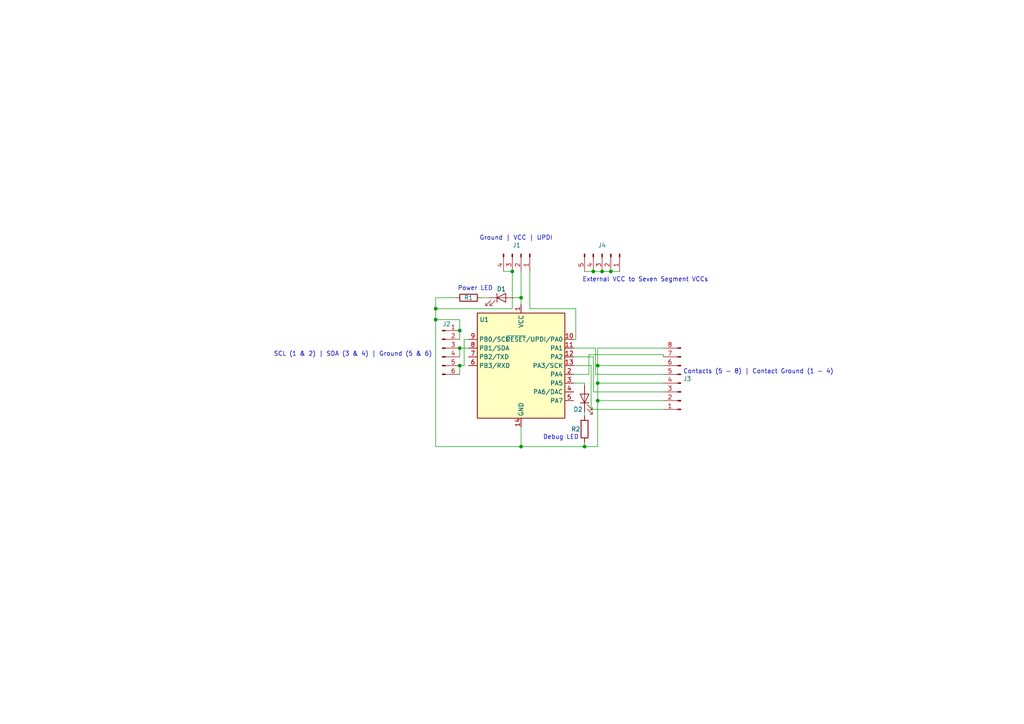
<source format=kicad_sch>
(kicad_sch (version 20211123) (generator eeschema)
  (paper "A4")
  (lib_symbols
    (symbol "Fab Library:Conn_PinHeader_1x04_P2.54mm_Horizontal_SMD" (pin_names (offset 1.016) hide)
      (property "Reference" "J" (at 0 5.08 0))
      (property "Value" "Conn_PinHeader_1x04_P2.54mm_Horizontal_SMD" (at 0 -7.62 0))
      (symbol "Conn_PinHeader_1x04_P2.54mm_Horizontal_SMD_1_1"
        (polyline (pts (xy 1.27 -5.08) (xy 0.8636 -5.08)) (stroke (width 0.1524)))
        (polyline (pts (xy 1.27 -2.54) (xy 0.8636 -2.54)) (stroke (width 0.1524)))
        (polyline (pts (xy 1.27 0) (xy 0.8636 0)) (stroke (width 0.1524)))
        (polyline (pts (xy 1.27 2.54) (xy 0.8636 2.54)) (stroke (width 0.1524)))
        (rectangle (start 0.8636 -4.953) (end 0 -5.207) (stroke (width 0.1524)) (fill (type outline)))
        (rectangle (start 0.8636 -2.413) (end 0 -2.667) (stroke (width 0.1524)) (fill (type outline)))
        (rectangle (start 0.8636 0.127) (end 0 -0.127) (stroke (width 0.1524)) (fill (type outline)))
        (rectangle (start 0.8636 2.667) (end 0 2.413) (stroke (width 0.1524)) (fill (type outline)))
        (pin passive line (at 5.08 2.54 180) (length 3.81) (name "Pin_1") (number "1"))
        (pin passive line (at 5.08 0 180) (length 3.81) (name "Pin_2") (number "2"))
        (pin passive line (at 5.08 -2.54 180) (length 3.81) (name "Pin_3") (number "3"))
        (pin passive line (at 5.08 -5.08 180) (length 3.81) (name "Pin_4") (number "4"))
      )
    )
    (symbol "Fab Library:Conn_PinHeader_1x05_P2.54mm_Horizontal_SMD" (pin_names (offset 1.016) hide)
      (property "Reference" "J" (at 0 7.62 0))
      (property "Value" "Conn_PinHeader_1x05_P2.54mm_Horizontal_SMD" (at 0 -7.62 0))
      (symbol "Conn_PinHeader_1x05_P2.54mm_Horizontal_SMD_1_1"
        (polyline (pts (xy 1.27 -5.08) (xy 0.8636 -5.08)) (stroke (width 0.1524)))
        (polyline (pts (xy 1.27 -2.54) (xy 0.8636 -2.54)) (stroke (width 0.1524)))
        (polyline (pts (xy 1.27 0) (xy 0.8636 0)) (stroke (width 0.1524)))
        (polyline (pts (xy 1.27 2.54) (xy 0.8636 2.54)) (stroke (width 0.1524)))
        (polyline (pts (xy 1.27 5.08) (xy 0.8636 5.08)) (stroke (width 0.1524)))
        (rectangle (start 0.8636 -4.953) (end 0 -5.207) (stroke (width 0.1524)) (fill (type outline)))
        (rectangle (start 0.8636 -2.413) (end 0 -2.667) (stroke (width 0.1524)) (fill (type outline)))
        (rectangle (start 0.8636 0.127) (end 0 -0.127) (stroke (width 0.1524)) (fill (type outline)))
        (rectangle (start 0.8636 2.667) (end 0 2.413) (stroke (width 0.1524)) (fill (type outline)))
        (rectangle (start 0.8636 5.207) (end 0 4.953) (stroke (width 0.1524)) (fill (type outline)))
        (pin passive line (at 5.08 5.08 180) (length 3.81) (name "Pin_1") (number "1"))
        (pin passive line (at 5.08 2.54 180) (length 3.81) (name "Pin_2") (number "2"))
        (pin passive line (at 5.08 0 180) (length 3.81) (name "Pin_3") (number "3"))
        (pin passive line (at 5.08 -2.54 180) (length 3.81) (name "Pin_4") (number "4"))
        (pin passive line (at 5.08 -5.08 180) (length 3.81) (name "Pin_5") (number "5"))
      )
    )
    (symbol "Fab Library:Conn_PinHeader_1x06_P2.54mm_Horizontal_SMD" (pin_names (offset 1.016) hide)
      (property "Reference" "J" (at 0 7.62 0))
      (property "Value" "Conn_PinHeader_1x06_P2.54mm_Horizontal_SMD" (at 0 -10.16 0))
      (symbol "Conn_PinHeader_1x06_P2.54mm_Horizontal_SMD_1_1"
        (polyline (pts (xy 1.27 -7.62) (xy 0.8636 -7.62)) (stroke (width 0.1524)))
        (polyline (pts (xy 1.27 -5.08) (xy 0.8636 -5.08)) (stroke (width 0.1524)))
        (polyline (pts (xy 1.27 -2.54) (xy 0.8636 -2.54)) (stroke (width 0.1524)))
        (polyline (pts (xy 1.27 0) (xy 0.8636 0)) (stroke (width 0.1524)))
        (polyline (pts (xy 1.27 2.54) (xy 0.8636 2.54)) (stroke (width 0.1524)))
        (polyline (pts (xy 1.27 5.08) (xy 0.8636 5.08)) (stroke (width 0.1524)))
        (rectangle (start 0.8636 -7.493) (end 0 -7.747) (stroke (width 0.1524)) (fill (type outline)))
        (rectangle (start 0.8636 -4.953) (end 0 -5.207) (stroke (width 0.1524)) (fill (type outline)))
        (rectangle (start 0.8636 -2.413) (end 0 -2.667) (stroke (width 0.1524)) (fill (type outline)))
        (rectangle (start 0.8636 0.127) (end 0 -0.127) (stroke (width 0.1524)) (fill (type outline)))
        (rectangle (start 0.8636 2.667) (end 0 2.413) (stroke (width 0.1524)) (fill (type outline)))
        (rectangle (start 0.8636 5.207) (end 0 4.953) (stroke (width 0.1524)) (fill (type outline)))
        (pin passive line (at 5.08 5.08 180) (length 3.81) (name "Pin_1") (number "1"))
        (pin passive line (at 5.08 2.54 180) (length 3.81) (name "Pin_2") (number "2"))
        (pin passive line (at 5.08 0 180) (length 3.81) (name "Pin_3") (number "3"))
        (pin passive line (at 5.08 -2.54 180) (length 3.81) (name "Pin_4") (number "4"))
        (pin passive line (at 5.08 -5.08 180) (length 3.81) (name "Pin_5") (number "5"))
        (pin passive line (at 5.08 -7.62 180) (length 3.81) (name "Pin_6") (number "6"))
      )
    )
    (symbol "Fab Library:Conn_PinHeader_1x08_P2.54mm_Vertical_THT_D1.4mm" (pin_names (offset 1.016) hide)
      (property "Reference" "J" (at 0 10.16 0))
      (property "Value" "Conn_PinHeader_1x08_P2.54mm_Vertical_THT_D1.4mm" (at 0 -12.7 0))
      (symbol "Conn_PinHeader_1x08_P2.54mm_Vertical_THT_D1.4mm_1_1"
        (polyline (pts (xy 1.27 -10.16) (xy 0.8636 -10.16)) (stroke (width 0.1524)))
        (polyline (pts (xy 1.27 -7.62) (xy 0.8636 -7.62)) (stroke (width 0.1524)))
        (polyline (pts (xy 1.27 -5.08) (xy 0.8636 -5.08)) (stroke (width 0.1524)))
        (polyline (pts (xy 1.27 -2.54) (xy 0.8636 -2.54)) (stroke (width 0.1524)))
        (polyline (pts (xy 1.27 0) (xy 0.8636 0)) (stroke (width 0.1524)))
        (polyline (pts (xy 1.27 2.54) (xy 0.8636 2.54)) (stroke (width 0.1524)))
        (polyline (pts (xy 1.27 5.08) (xy 0.8636 5.08)) (stroke (width 0.1524)))
        (polyline (pts (xy 1.27 7.62) (xy 0.8636 7.62)) (stroke (width 0.1524)))
        (rectangle (start 0.8636 -10.033) (end 0 -10.287) (stroke (width 0.1524)) (fill (type outline)))
        (rectangle (start 0.8636 -7.493) (end 0 -7.747) (stroke (width 0.1524)) (fill (type outline)))
        (rectangle (start 0.8636 -4.953) (end 0 -5.207) (stroke (width 0.1524)) (fill (type outline)))
        (rectangle (start 0.8636 -2.413) (end 0 -2.667) (stroke (width 0.1524)) (fill (type outline)))
        (rectangle (start 0.8636 0.127) (end 0 -0.127) (stroke (width 0.1524)) (fill (type outline)))
        (rectangle (start 0.8636 2.667) (end 0 2.413) (stroke (width 0.1524)) (fill (type outline)))
        (rectangle (start 0.8636 5.207) (end 0 4.953) (stroke (width 0.1524)) (fill (type outline)))
        (rectangle (start 0.8636 7.747) (end 0 7.493) (stroke (width 0.1524)) (fill (type outline)))
        (pin passive line (at 5.08 7.62 180) (length 3.81) (name "Pin_1") (number "1"))
        (pin passive line (at 5.08 5.08 180) (length 3.81) (name "Pin_2") (number "2"))
        (pin passive line (at 5.08 2.54 180) (length 3.81) (name "Pin_3") (number "3"))
        (pin passive line (at 5.08 0 180) (length 3.81) (name "Pin_4") (number "4"))
        (pin passive line (at 5.08 -2.54 180) (length 3.81) (name "Pin_5") (number "5"))
        (pin passive line (at 5.08 -5.08 180) (length 3.81) (name "Pin_6") (number "6"))
        (pin passive line (at 5.08 -7.62 180) (length 3.81) (name "Pin_7") (number "7"))
        (pin passive line (at 5.08 -10.16 180) (length 3.81) (name "Pin_8") (number "8"))
      )
    )
    (symbol "Fab Library:LED" (pin_numbers hide) (pin_names (offset 1.016) hide)
      (property "Reference" "D" (at 0 2.54 0))
      (property "Value" "LED" (at 0 -2.54 0))
      (symbol "LED_0_1"
        (polyline (pts (xy -1.27 -1.27) (xy -1.27 1.27)) (stroke (width 0.2032)))
        (polyline (pts (xy -1.27 0) (xy 1.27 0)))
        (polyline (pts (xy 1.27 -1.27) (xy 1.27 1.27) (xy -1.27 0) (xy 1.27 -1.27)) (stroke (width 0.2032)))
        (polyline (pts (xy -3.048 -0.762) (xy -4.572 -2.286) (xy -3.81 -2.286) (xy -4.572 -2.286) (xy -4.572 -1.524)))
        (polyline (pts (xy -1.778 -0.762) (xy -3.302 -2.286) (xy -2.54 -2.286) (xy -3.302 -2.286) (xy -3.302 -1.524)))
      )
      (symbol "LED_1_1"
        (pin passive line (at -3.81 0 0) (length 2.54) (name "K") (number "1"))
        (pin passive line (at 3.81 0 180) (length 2.54) (name "A") (number "2"))
      )
    )
    (symbol "Fab Library:Microcontroller_ATtiny1614-SSFR"
      (property "Reference" "U" (at -12.7 17.78 0))
      (property "Value" "Microcontroller_ATtiny1614-SSFR" (at 7.62 17.78 0))
      (symbol "Microcontroller_ATtiny1614-SSFR_0_1"
        (rectangle (start -12.7 -15.24) (end 12.7 15.24) (stroke (width 0.254)) (fill (type background)))
      )
      (symbol "Microcontroller_ATtiny1614-SSFR_1_1"
        (pin power_in line (at 0 17.78 270) (length 2.54) (name "VCC") (number "1"))
        (pin bidirectional line (at 15.24 7.62 180) (length 2.54) (name "~{RESET}/UPDI/PA0") (number "10"))
        (pin bidirectional line (at 15.24 5.08 180) (length 2.54) (name "PA1") (number "11"))
        (pin bidirectional line (at 15.24 2.54 180) (length 2.54) (name "PA2") (number "12"))
        (pin bidirectional line (at 15.24 0 180) (length 2.54) (name "PA3/SCK") (number "13"))
        (pin power_in line (at 0 -17.78 90) (length 2.54) (name "GND") (number "14"))
        (pin bidirectional line (at 15.24 -2.54 180) (length 2.54) (name "PA4") (number "2"))
        (pin bidirectional line (at 15.24 -5.08 180) (length 2.54) (name "PA5") (number "3"))
        (pin bidirectional line (at 15.24 -7.62 180) (length 2.54) (name "PA6/DAC") (number "4"))
        (pin bidirectional line (at 15.24 -10.16 180) (length 2.54) (name "PA7") (number "5"))
        (pin bidirectional line (at -15.24 0 0) (length 2.54) (name "PB3/RXD") (number "6"))
        (pin bidirectional line (at -15.24 2.54 0) (length 2.54) (name "PB2/TXD") (number "7"))
        (pin bidirectional line (at -15.24 5.08 0) (length 2.54) (name "PB1/SDA") (number "8"))
        (pin bidirectional line (at -15.24 7.62 0) (length 2.54) (name "PB0/SCL") (number "9"))
      )
    )
    (symbol "Fab Library:R" (pin_numbers hide) (pin_names (offset 0))
      (property "Reference" "R" (at 2.032 0 90))
      (property "Value" "R" (at 0 0 90))
      (symbol "R_0_1"
        (rectangle (start -1.016 -2.54) (end 1.016 2.54) (stroke (width 0.254)))
      )
      (symbol "R_1_1"
        (pin passive line (at 0 3.81 270) (length 1.27) (name "~") (number "1"))
        (pin passive line (at 0 -3.81 90) (length 1.27) (name "~") (number "2"))
      )
    )
  )
  (junction (at 169.545 129.54))
  (junction (at 173.355 116.205))
  (junction (at 126.365 89.535))
  (junction (at 173.355 111.125))
  (junction (at 133.35 106.045))
  (junction (at 151.13 129.54))
  (junction (at 126.365 92.71))
  (junction (at 133.35 95.885))
  (junction (at 173.355 106.045))
  (junction (at 151.13 86.36))
  (junction (at 172.085 78.74))
  (junction (at 148.59 78.74))
  (junction (at 177.165 78.74))
  (junction (at 174.625 78.74))
  (junction (at 133.35 100.965))
  (wire (pts (xy 166.37 111.125) (xy 169.545 111.125)))
  (wire (pts (xy 151.13 78.74) (xy 151.13 86.36)))
  (wire (pts (xy 135.89 98.425) (xy 134.62 98.425)))
  (wire (pts (xy 173.355 100.965) (xy 173.355 106.045)))
  (wire (pts (xy 171.45 106.045) (xy 171.45 118.745)))
  (wire (pts (xy 177.165 78.74) (xy 179.705 78.74)))
  (wire (pts (xy 169.545 129.54) (xy 173.355 129.54)))
  (wire (pts (xy 133.35 100.965) (xy 133.35 103.505)))
  (wire (pts (xy 173.355 106.045) (xy 173.355 111.125)))
  (wire (pts (xy 134.62 98.425) (xy 134.62 106.045)))
  (wire (pts (xy 133.35 98.425) (xy 133.35 95.885)))
  (wire (pts (xy 133.35 95.885) (xy 133.35 92.71)))
  (wire (pts (xy 172.72 100.965) (xy 172.72 108.585)))
  (wire (pts (xy 169.545 119.38) (xy 169.545 120.65)))
  (wire (pts (xy 139.7 86.36) (xy 141.605 86.36)))
  (wire (pts (xy 133.35 106.045) (xy 133.35 108.585)))
  (wire (pts (xy 126.365 89.535) (xy 126.365 92.71)))
  (wire (pts (xy 173.355 111.125) (xy 173.355 116.205)))
  (wire (pts (xy 166.37 103.505) (xy 172.085 103.505)))
  (wire (pts (xy 149.225 86.36) (xy 151.13 86.36)))
  (wire (pts (xy 134.62 106.045) (xy 133.35 106.045)))
  (wire (pts (xy 170.815 102.87) (xy 192.405 102.87)))
  (wire (pts (xy 132.08 86.36) (xy 126.365 86.36)))
  (wire (pts (xy 169.545 78.74) (xy 172.085 78.74)))
  (wire (pts (xy 166.37 106.045) (xy 171.45 106.045)))
  (wire (pts (xy 172.085 113.665) (xy 192.405 113.665)))
  (wire (pts (xy 148.59 89.535) (xy 126.365 89.535)))
  (wire (pts (xy 166.37 108.585) (xy 170.815 108.585)))
  (wire (pts (xy 171.45 118.745) (xy 192.405 118.745)))
  (wire (pts (xy 169.545 128.27) (xy 169.545 129.54)))
  (wire (pts (xy 148.59 78.74) (xy 148.59 89.535)))
  (wire (pts (xy 135.89 100.965) (xy 133.35 100.965)))
  (wire (pts (xy 173.355 111.125) (xy 192.405 111.125)))
  (wire (pts (xy 173.355 116.205) (xy 173.355 129.54)))
  (wire (pts (xy 151.13 86.36) (xy 151.13 88.265)))
  (wire (pts (xy 173.355 116.205) (xy 192.405 116.205)))
  (wire (pts (xy 126.365 92.71) (xy 126.365 129.54)))
  (wire (pts (xy 167.005 98.425) (xy 166.37 98.425)))
  (wire (pts (xy 173.355 100.965) (xy 192.405 100.965)))
  (wire (pts (xy 166.37 100.965) (xy 172.72 100.965)))
  (wire (pts (xy 151.13 129.54) (xy 169.545 129.54)))
  (wire (pts (xy 167.005 89.535) (xy 167.005 98.425)))
  (wire (pts (xy 173.355 106.045) (xy 192.405 106.045)))
  (wire (pts (xy 133.35 92.71) (xy 126.365 92.71)))
  (wire (pts (xy 169.545 111.125) (xy 169.545 111.76)))
  (wire (pts (xy 172.085 103.505) (xy 172.085 113.665)))
  (wire (pts (xy 172.085 78.74) (xy 174.625 78.74)))
  (wire (pts (xy 170.815 108.585) (xy 170.815 102.87)))
  (wire (pts (xy 151.13 123.825) (xy 151.13 129.54)))
  (wire (pts (xy 126.365 86.36) (xy 126.365 89.535)))
  (wire (pts (xy 172.72 108.585) (xy 192.405 108.585)))
  (wire (pts (xy 146.05 78.74) (xy 148.59 78.74)))
  (wire (pts (xy 153.67 89.535) (xy 167.005 89.535)))
  (wire (pts (xy 126.365 129.54) (xy 151.13 129.54)))
  (wire (pts (xy 153.67 78.74) (xy 153.67 89.535)))
  (wire (pts (xy 174.625 78.74) (xy 177.165 78.74)))
  (wire (pts (xy 192.405 102.87) (xy 192.405 103.505)))
  (text "Power LED" (at 132.715 84.455 0) (effects (font (size 1.27 1.27)) (justify left bottom)))
  (text "External VCC to Seven Segment VCCs" (at 168.91 81.915 0) (effects (font (size 1.27 1.27)) (justify left bottom)))
  (text "Debug LED" (at 157.48 127.635 0) (effects (font (size 1.27 1.27)) (justify left bottom)))
  (text "Ground | VCC | UPDI" (at 139.065 69.85 0) (effects (font (size 1.27 1.27)) (justify left bottom)))
  (text "SCL (1 & 2) | SDA (3 & 4) | Ground (5 & 6)" (at 79.375 103.505 0) (effects (font (size 1.27 1.27)) (justify left bottom)))
  (text "Contacts (5 - 8) | Contact Ground (1 - 4)" (at 198.12 108.585 0) (effects (font (size 1.27 1.27)) (justify left bottom)))
  (symbol (lib_id "Fab Library:Conn_PinHeader_1x04_P2.54mm_Horizontal_SMD") (at 151.13 73.66 270) (unit 1)
    (property "Reference" "J1" (at 149.86 71.12 90))
    (property "Value" "Conn_PinHeader_1x04_P2.54mm_Horizontal_SMD" (effects hide))
    (property "Footprint" "fab:PinHeader_1x04_P2.54mm_Horizontal_SMD" (effects hide))
  )
  (symbol (lib_id "Fab Library:R") (at 135.89 86.36 90) (unit 1)
    (property "Reference" "R1" (at 135.89 86.36 90))
    (property "Value" "R" (effects hide))
    (property "Footprint" "fab:R_1206" (effects hide))
  )
  (symbol (lib_id "Fab Library:R") (at 169.545 124.46 180) (unit 1)
    (property "Reference" "R2" (at 167.005 124.46 0))
    (property "Value" "R" (effects hide))
    (property "Footprint" "fab:R_1206" (effects hide))
  )
  (symbol (lib_id "Fab Library:LED") (at 169.545 115.57 90) (unit 1)
    (property "Reference" "D2" (at 167.64 118.745 90))
    (property "Value" "LED" (effects hide))
    (property "Footprint" "fab:LED_1206" (effects hide))
    (property "Datasheet" "https://optoelectronics.liteon.com/upload/download/DS-22-98-0002/LTST-C150CKT.pdf" (effects hide))
  )
  (symbol (lib_id "Fab Library:Conn_PinHeader_1x08_P2.54mm_Vertical_THT_D1.4mm") (at 197.485 111.125 180) (unit 1)
    (property "Reference" "J3" (at 198.12 109.8549 0) (effects (justify right)))
    (property "Value" "Conn_PinHeader_1x08_P2.54mm_Vertical_THT_D1.4mm" (effects hide))
    (property "Footprint" "fab:PinHeader_2x04_P2.54mm_Vertical_SMD" (effects hide))
    (property "Datasheet" "https://media.digikey.com/PDF/Data%20Sheets/Sullins%20PDFs/xRxCzzzSxxN-RC_ST_11635-B.pdf" (effects hide))
  )
  (symbol (lib_id "Fab Library:Conn_PinHeader_1x06_P2.54mm_Horizontal_SMD") (at 128.27 100.965 0) (unit 1)
    (property "Reference" "J2" (at 129.54 93.98 0))
    (property "Value" "Conn_PinHeader_1x06_P2.54mm_Horizontal_SMD" (effects hide))
    (property "Footprint" "fab:PinHeader_1x06_P2.54mm_Horizontal_SMD" (effects hide))
  )
  (symbol (lib_id "Fab Library:Microcontroller_ATtiny1614-SSFR") (at 151.13 106.045 0) (unit 1)
    (property "Reference" "U1" (at 139.065 92.71 0) (effects (justify left)))
    (property "Value" "Microcontroller_ATtiny1614-SSFR" (effects hide))
    (property "Footprint" "fab:SOIC-14_3.9x8.7mm_P1.27mm" (effects hide))
    (property "Datasheet" "http://ww1.microchip.com/downloads/en/DeviceDoc/ATtiny1614-16-17-DataSheet-DS40002204A.pdf" (effects hide))
  )
  (symbol (lib_id "Fab Library:LED") (at 145.415 86.36 0) (unit 1)
    (property "Reference" "D1" (at 145.415 83.82 0))
    (property "Value" "LED" (effects hide))
    (property "Footprint" "fab:LED_1206" (effects hide))
    (property "Datasheet" "https://optoelectronics.liteon.com/upload/download/DS-22-98-0002/LTST-C150CKT.pdf" (effects hide))
  )
  (symbol (lib_id "Fab Library:Conn_PinHeader_1x05_P2.54mm_Horizontal_SMD") (at 174.625 73.66 270) (unit 1)
    (property "Reference" "J4" (at 174.625 71.12 90))
    (property "Value" "Conn_PinHeader_1x05_P2.54mm_Horizontal_SMD" (effects hide))
    (property "Footprint" "fab:PinHeader_1x05_P2.54mm_Horizontal_SMD" (effects hide))
  )
)
</source>
